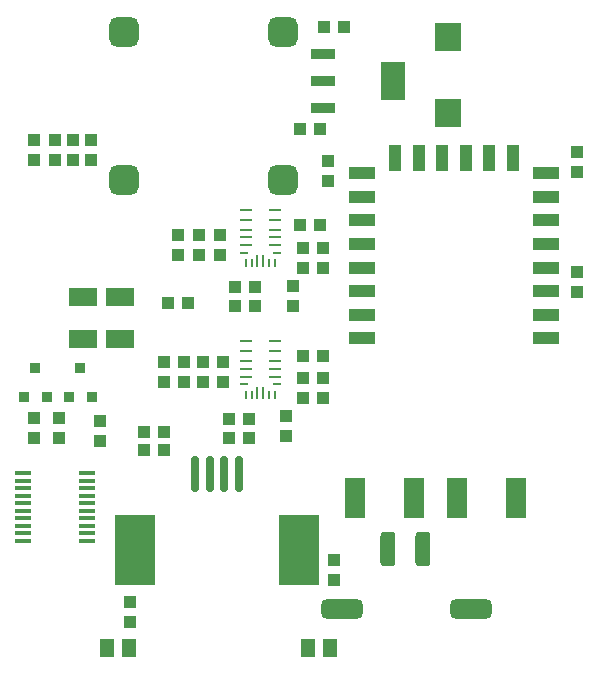
<source format=gtp>
G04 Layer_Color=8421504*
%FSLAX25Y25*%
%MOIN*%
G70*
G01*
G75*
%ADD10R,0.13386X0.23622*%
G04:AMPARAMS|DCode=11|XSize=27.56mil|YSize=118.11mil|CornerRadius=6.89mil|HoleSize=0mil|Usage=FLASHONLY|Rotation=0.000|XOffset=0mil|YOffset=0mil|HoleType=Round|Shape=RoundedRectangle|*
%AMROUNDEDRECTD11*
21,1,0.02756,0.10433,0,0,0.0*
21,1,0.01378,0.11811,0,0,0.0*
1,1,0.01378,0.00689,-0.05216*
1,1,0.01378,-0.00689,-0.05216*
1,1,0.01378,-0.00689,0.05216*
1,1,0.01378,0.00689,0.05216*
%
%ADD11ROUNDEDRECTD11*%
%ADD12R,0.08661X0.09449*%
%ADD13R,0.03937X0.04331*%
%ADD14R,0.04331X0.03937*%
%ADD15R,0.07008X0.13780*%
%ADD16R,0.03543X0.03740*%
%ADD17R,0.03543X0.03740*%
%ADD18R,0.05709X0.01772*%
%ADD19R,0.08465X0.12598*%
%ADD20R,0.08465X0.03543*%
G04:AMPARAMS|DCode=21|XSize=137.8mil|YSize=64.96mil|CornerRadius=16.24mil|HoleSize=0mil|Usage=FLASHONLY|Rotation=0.000|XOffset=0mil|YOffset=0mil|HoleType=Round|Shape=RoundedRectangle|*
%AMROUNDEDRECTD21*
21,1,0.13780,0.03248,0,0,0.0*
21,1,0.10531,0.06496,0,0,0.0*
1,1,0.03248,0.05266,-0.01624*
1,1,0.03248,-0.05266,-0.01624*
1,1,0.03248,-0.05266,0.01624*
1,1,0.03248,0.05266,0.01624*
%
%ADD21ROUNDEDRECTD21*%
G04:AMPARAMS|DCode=22|XSize=50mil|YSize=114.96mil|CornerRadius=12.5mil|HoleSize=0mil|Usage=FLASHONLY|Rotation=0.000|XOffset=0mil|YOffset=0mil|HoleType=Round|Shape=RoundedRectangle|*
%AMROUNDEDRECTD22*
21,1,0.05000,0.08996,0,0,0.0*
21,1,0.02500,0.11496,0,0,0.0*
1,1,0.02500,0.01250,-0.04498*
1,1,0.02500,-0.01250,-0.04498*
1,1,0.02500,-0.01250,0.04498*
1,1,0.02500,0.01250,0.04498*
%
%ADD22ROUNDEDRECTD22*%
%ADD23R,0.03937X0.08858*%
%ADD24R,0.08858X0.03937*%
G04:AMPARAMS|DCode=25|XSize=98.42mil|YSize=98.42mil|CornerRadius=24.61mil|HoleSize=0mil|Usage=FLASHONLY|Rotation=90.000|XOffset=0mil|YOffset=0mil|HoleType=Round|Shape=RoundedRectangle|*
%AMROUNDEDRECTD25*
21,1,0.09842,0.04921,0,0,90.0*
21,1,0.04921,0.09842,0,0,90.0*
1,1,0.04921,0.02461,0.02461*
1,1,0.04921,0.02461,-0.02461*
1,1,0.04921,-0.02461,-0.02461*
1,1,0.04921,-0.02461,0.02461*
%
%ADD25ROUNDEDRECTD25*%
%ADD26R,0.00984X0.02756*%
%ADD27R,0.00984X0.04331*%
%ADD28R,0.04331X0.00984*%
%ADD29R,0.03150X0.00984*%
%ADD30R,0.05118X0.05905*%
%ADD31R,0.09646X0.06102*%
D10*
X80244Y-162306D02*
D03*
X25756D02*
D03*
D11*
X50559Y-137031D02*
D03*
X55441D02*
D03*
X60362D02*
D03*
X45638D02*
D03*
D12*
X130000Y8598D02*
D03*
Y-16598D02*
D03*
D13*
X14000Y-119153D02*
D03*
Y-125847D02*
D03*
X53970Y-63923D02*
D03*
Y-57230D02*
D03*
X46970Y-63923D02*
D03*
Y-57230D02*
D03*
X39970Y-63923D02*
D03*
Y-57230D02*
D03*
X54981Y-106372D02*
D03*
Y-99679D02*
D03*
X48482Y-106372D02*
D03*
Y-99679D02*
D03*
X41982Y-106372D02*
D03*
Y-99679D02*
D03*
X35482Y-106372D02*
D03*
Y-99679D02*
D03*
X500Y-124846D02*
D03*
Y-118154D02*
D03*
X-8000Y-124846D02*
D03*
Y-118154D02*
D03*
X11000Y-25654D02*
D03*
Y-32346D02*
D03*
X5000Y-32346D02*
D03*
Y-25653D02*
D03*
X78500Y-80847D02*
D03*
Y-74154D02*
D03*
X76000Y-124346D02*
D03*
Y-117654D02*
D03*
X-1000Y-32346D02*
D03*
Y-25654D02*
D03*
X-8000Y-32346D02*
D03*
Y-25654D02*
D03*
X90000Y-32654D02*
D03*
Y-39347D02*
D03*
X173000Y-69653D02*
D03*
Y-76346D02*
D03*
Y-29654D02*
D03*
Y-36347D02*
D03*
X24000Y-186346D02*
D03*
Y-179654D02*
D03*
X92000Y-172346D02*
D03*
Y-165654D02*
D03*
D14*
X95346Y12000D02*
D03*
X88653D02*
D03*
X59123Y-74576D02*
D03*
X65816D02*
D03*
X59123Y-81077D02*
D03*
X65816D02*
D03*
X81623Y-61677D02*
D03*
X88316D02*
D03*
X57135Y-118526D02*
D03*
X63828D02*
D03*
X57135Y-125026D02*
D03*
X63828D02*
D03*
X81635Y-111526D02*
D03*
X88328D02*
D03*
X35346Y-123000D02*
D03*
X28653D02*
D03*
X35346Y-129000D02*
D03*
X28653D02*
D03*
X81623Y-68177D02*
D03*
X88316D02*
D03*
X80654Y-54000D02*
D03*
X87347D02*
D03*
X81635Y-105026D02*
D03*
X88328D02*
D03*
X81635Y-97526D02*
D03*
X88328D02*
D03*
X87297Y-22000D02*
D03*
X80604D02*
D03*
X36654Y-80000D02*
D03*
X43347D02*
D03*
D15*
X133158Y-145000D02*
D03*
X152842D02*
D03*
X99158D02*
D03*
X118842D02*
D03*
D16*
X7500Y-101579D02*
D03*
X3760Y-111421D02*
D03*
X-11240D02*
D03*
X-7500Y-101579D02*
D03*
D17*
X11240Y-111421D02*
D03*
X-3760D02*
D03*
D18*
X9728Y-159250D02*
D03*
Y-156750D02*
D03*
Y-154250D02*
D03*
Y-151750D02*
D03*
Y-149250D02*
D03*
Y-146750D02*
D03*
Y-144250D02*
D03*
Y-141750D02*
D03*
Y-139250D02*
D03*
Y-136750D02*
D03*
X-11728Y-159250D02*
D03*
Y-156750D02*
D03*
Y-154250D02*
D03*
Y-151750D02*
D03*
Y-149250D02*
D03*
Y-146750D02*
D03*
Y-144250D02*
D03*
Y-141750D02*
D03*
Y-139250D02*
D03*
Y-136750D02*
D03*
D19*
X111516Y-6000D02*
D03*
D20*
X88484Y-15055D02*
D03*
Y-6000D02*
D03*
Y3055D02*
D03*
D21*
X137559Y-182110D02*
D03*
X94646D02*
D03*
D22*
X121811Y-162031D02*
D03*
X110000D02*
D03*
D23*
X112315Y-31740D02*
D03*
X120189D02*
D03*
X128063D02*
D03*
X135937D02*
D03*
X143811D02*
D03*
X151685D02*
D03*
D24*
X162512Y-36661D02*
D03*
Y-44535D02*
D03*
Y-52409D02*
D03*
Y-60283D02*
D03*
Y-68158D02*
D03*
Y-76032D02*
D03*
Y-83906D02*
D03*
Y-91780D02*
D03*
X101488D02*
D03*
Y-83906D02*
D03*
Y-76032D02*
D03*
Y-68158D02*
D03*
Y-60283D02*
D03*
Y-52409D02*
D03*
Y-44535D02*
D03*
Y-36661D02*
D03*
D25*
X22000Y-39000D02*
D03*
X75150D02*
D03*
Y10213D02*
D03*
X22000D02*
D03*
D26*
X64517Y-66722D02*
D03*
X72391D02*
D03*
X62548D02*
D03*
X70422D02*
D03*
X64529Y-110671D02*
D03*
X72403D02*
D03*
X62560D02*
D03*
X70434D02*
D03*
D27*
X68454Y-65935D02*
D03*
X66485D02*
D03*
X68466Y-109884D02*
D03*
X66497D02*
D03*
D28*
X72391Y-60620D02*
D03*
Y-52155D02*
D03*
Y-58061D02*
D03*
Y-48809D02*
D03*
Y-55502D02*
D03*
X62548D02*
D03*
Y-48809D02*
D03*
Y-58061D02*
D03*
Y-52155D02*
D03*
Y-60620D02*
D03*
X72403Y-104569D02*
D03*
Y-96104D02*
D03*
Y-102010D02*
D03*
Y-92758D02*
D03*
Y-99451D02*
D03*
X62560D02*
D03*
Y-92758D02*
D03*
Y-102010D02*
D03*
Y-96104D02*
D03*
Y-104569D02*
D03*
D29*
X72981Y-63179D02*
D03*
X61958D02*
D03*
X72993Y-107128D02*
D03*
X61970D02*
D03*
D30*
X16260Y-195000D02*
D03*
X23740D02*
D03*
X83260D02*
D03*
X90740D02*
D03*
D31*
X20602Y-92000D02*
D03*
X8398D02*
D03*
X20602Y-78000D02*
D03*
X8398D02*
D03*
M02*

</source>
